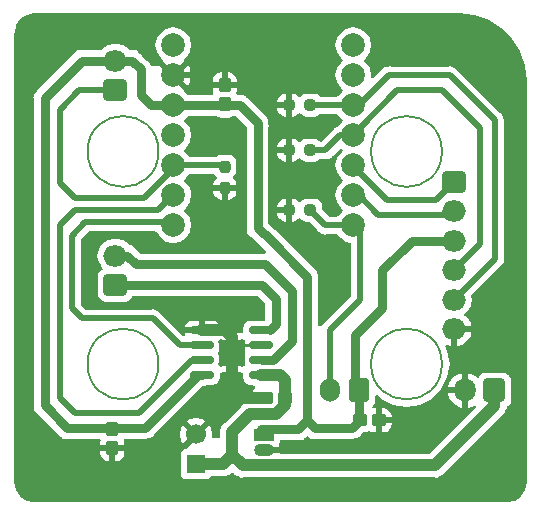
<source format=gbr>
%TF.GenerationSoftware,KiCad,Pcbnew,7.0.8*%
%TF.CreationDate,2023-12-06T18:05:03+09:00*%
%TF.ProjectId,AutoKey,4175746f-4b65-4792-9e6b-696361645f70,rev?*%
%TF.SameCoordinates,PX5f5e100PY44aa200*%
%TF.FileFunction,Copper,L1,Top*%
%TF.FilePolarity,Positive*%
%FSLAX46Y46*%
G04 Gerber Fmt 4.6, Leading zero omitted, Abs format (unit mm)*
G04 Created by KiCad (PCBNEW 7.0.8) date 2023-12-06 18:05:03*
%MOMM*%
%LPD*%
G01*
G04 APERTURE LIST*
G04 Aperture macros list*
%AMRoundRect*
0 Rectangle with rounded corners*
0 $1 Rounding radius*
0 $2 $3 $4 $5 $6 $7 $8 $9 X,Y pos of 4 corners*
0 Add a 4 corners polygon primitive as box body*
4,1,4,$2,$3,$4,$5,$6,$7,$8,$9,$2,$3,0*
0 Add four circle primitives for the rounded corners*
1,1,$1+$1,$2,$3*
1,1,$1+$1,$4,$5*
1,1,$1+$1,$6,$7*
1,1,$1+$1,$8,$9*
0 Add four rect primitives between the rounded corners*
20,1,$1+$1,$2,$3,$4,$5,0*
20,1,$1+$1,$4,$5,$6,$7,0*
20,1,$1+$1,$6,$7,$8,$9,0*
20,1,$1+$1,$8,$9,$2,$3,0*%
G04 Aperture macros list end*
%TA.AperFunction,NonConductor*%
%ADD10C,0.200000*%
%TD*%
%TA.AperFunction,SMDPad,CuDef*%
%ADD11RoundRect,0.237500X0.250000X0.237500X-0.250000X0.237500X-0.250000X-0.237500X0.250000X-0.237500X0*%
%TD*%
%TA.AperFunction,SMDPad,CuDef*%
%ADD12RoundRect,0.237500X-0.250000X-0.237500X0.250000X-0.237500X0.250000X0.237500X-0.250000X0.237500X0*%
%TD*%
%TA.AperFunction,SMDPad,CuDef*%
%ADD13RoundRect,0.250000X-0.375000X-0.275000X0.375000X-0.275000X0.375000X0.275000X-0.375000X0.275000X0*%
%TD*%
%TA.AperFunction,SMDPad,CuDef*%
%ADD14RoundRect,0.250000X-0.275000X0.375000X-0.275000X-0.375000X0.275000X-0.375000X0.275000X0.375000X0*%
%TD*%
%TA.AperFunction,SMDPad,CuDef*%
%ADD15RoundRect,0.250000X0.275000X-0.375000X0.275000X0.375000X-0.275000X0.375000X-0.275000X-0.375000X0*%
%TD*%
%TA.AperFunction,SMDPad,CuDef*%
%ADD16RoundRect,0.150000X-0.825000X-0.150000X0.825000X-0.150000X0.825000X0.150000X-0.825000X0.150000X0*%
%TD*%
%TA.AperFunction,SMDPad,CuDef*%
%ADD17C,0.500000*%
%TD*%
%TA.AperFunction,SMDPad,CuDef*%
%ADD18R,2.300000X2.300000*%
%TD*%
%TA.AperFunction,SMDPad,CuDef*%
%ADD19RoundRect,0.250000X0.375000X0.275000X-0.375000X0.275000X-0.375000X-0.275000X0.375000X-0.275000X0*%
%TD*%
%TA.AperFunction,SMDPad,CuDef*%
%ADD20RoundRect,0.237500X0.237500X-0.250000X0.237500X0.250000X-0.237500X0.250000X-0.237500X-0.250000X0*%
%TD*%
%TA.AperFunction,ComponentPad*%
%ADD21RoundRect,0.264706X0.735294X-0.635294X0.735294X0.635294X-0.735294X0.635294X-0.735294X-0.635294X0*%
%TD*%
%TA.AperFunction,ComponentPad*%
%ADD22O,2.000000X1.800000*%
%TD*%
%TA.AperFunction,ComponentPad*%
%ADD23C,2.000000*%
%TD*%
%TA.AperFunction,ComponentPad*%
%ADD24C,1.700000*%
%TD*%
%TA.AperFunction,ComponentPad*%
%ADD25R,1.600000X1.600000*%
%TD*%
%TA.AperFunction,ComponentPad*%
%ADD26RoundRect,0.264706X0.635294X0.735294X-0.635294X0.735294X-0.635294X-0.735294X0.635294X-0.735294X0*%
%TD*%
%TA.AperFunction,ComponentPad*%
%ADD27O,1.800000X2.000000*%
%TD*%
%TA.AperFunction,ComponentPad*%
%ADD28R,1.700000X1.050000*%
%TD*%
%TA.AperFunction,ComponentPad*%
%ADD29O,1.700000X1.050000*%
%TD*%
%TA.AperFunction,ComponentPad*%
%ADD30RoundRect,0.264706X-0.735294X0.635294X-0.735294X-0.635294X0.735294X-0.635294X0.735294X0.635294X0*%
%TD*%
%TA.AperFunction,ComponentPad*%
%ADD31RoundRect,0.250000X0.600000X0.750000X-0.600000X0.750000X-0.600000X-0.750000X0.600000X-0.750000X0*%
%TD*%
%TA.AperFunction,ComponentPad*%
%ADD32O,1.700000X2.000000*%
%TD*%
%TA.AperFunction,Conductor*%
%ADD33C,0.500000*%
%TD*%
%TA.AperFunction,Conductor*%
%ADD34C,0.800000*%
%TD*%
%TA.AperFunction,Conductor*%
%ADD35C,1.000000*%
%TD*%
%TA.AperFunction,Conductor*%
%ADD36C,0.250000*%
%TD*%
G04 APERTURE END LIST*
D10*
X36500000Y12000000D02*
G75*
G03*
X36500000Y12000000I-3000000J0D01*
G01*
X12500000Y30000000D02*
G75*
G03*
X12500000Y30000000I-3000000J0D01*
G01*
X36500000Y30000000D02*
G75*
G03*
X36500000Y30000000I-3000000J0D01*
G01*
X12500000Y12000000D02*
G75*
G03*
X12500000Y12000000I-3000000J0D01*
G01*
D11*
%TO.P,R4,1*%
%TO.N,SW1*%
X25372500Y33900000D03*
%TO.P,R4,2*%
%TO.N,GND*%
X23547500Y33900000D03*
%TD*%
D12*
%TO.P,R1,1*%
%TO.N,GND*%
X23547500Y25010000D03*
%TO.P,R1,2*%
%TO.N,Pos_SW1*%
X25372500Y25010000D03*
%TD*%
D13*
%TO.P,C4,1*%
%TO.N,GND*%
X21590000Y9135000D03*
%TO.P,C4,2*%
%TO.N,+6V*%
X23190000Y9135000D03*
%TD*%
D14*
%TO.P,C1,1*%
%TO.N,GND*%
X18110000Y35589000D03*
%TO.P,C1,2*%
%TO.N,+3.3V*%
X18110000Y33989000D03*
%TD*%
D12*
%TO.P,R3,1*%
%TO.N,GND*%
X23547500Y30090000D03*
%TO.P,R3,2*%
%TO.N,SW2*%
X25372500Y30090000D03*
%TD*%
D15*
%TO.P,C3,1*%
%TO.N,GND*%
X8585000Y4906000D03*
%TO.P,C3,2*%
%TO.N,+3.3V*%
X8585000Y6506000D03*
%TD*%
D16*
%TO.P,U2,1,GND*%
%TO.N,GND*%
X16210000Y14850000D03*
%TO.P,U2,2,IN2*%
%TO.N,IN2*%
X16210000Y13580000D03*
%TO.P,U2,3,IN1*%
%TO.N,IN1*%
X16210000Y12310000D03*
%TO.P,U2,4,VREF*%
%TO.N,+3.3V*%
X16210000Y11040000D03*
%TO.P,U2,5,VM*%
%TO.N,+6V*%
X21160000Y11040000D03*
%TO.P,U2,6,OUT1*%
%TO.N,OUT1*%
X21160000Y12310000D03*
%TO.P,U2,7,RS*%
%TO.N,GND*%
X21160000Y13580000D03*
%TO.P,U2,8,OUT2*%
%TO.N,OUT2*%
X21160000Y14850000D03*
D17*
%TO.P,U2,9,PAD*%
%TO.N,GND*%
X17785000Y13845000D03*
X17785000Y12045000D03*
D18*
X18685000Y12945000D03*
X18685000Y12945000D03*
D17*
X19585000Y13845000D03*
X19585000Y12045000D03*
%TD*%
D19*
%TO.P,C5,1*%
%TO.N,GND*%
X31140000Y7230000D03*
%TO.P,C5,2*%
%TO.N,+3.3V*%
X29540000Y7230000D03*
%TD*%
D20*
%TO.P,R2,1*%
%TO.N,GND*%
X18110000Y26891500D03*
%TO.P,R2,2*%
%TO.N,Pos_SW2*%
X18110000Y28716500D03*
%TD*%
D21*
%TO.P,ToMotor1,1,Pin_1*%
%TO.N,OUT2*%
X8860000Y18680000D03*
D22*
%TO.P,ToMotor1,2,Pin_2*%
%TO.N,OUT1*%
X8860000Y21180000D03*
%TD*%
D23*
%TO.P,U1,1,PA02_A0_D0*%
%TO.N,unconnected-(U1-PA02_A0_D0-Pad1)*%
X29000250Y38980000D03*
%TO.P,U1,2,PA4_A1_D1*%
%TO.N,unconnected-(U1-PA4_A1_D1-Pad2)*%
X29000250Y36440000D03*
%TO.P,U1,3,PA10_A2_D2*%
%TO.N,SW1*%
X29000250Y33900000D03*
%TO.P,U1,4,PA11_A3_D3*%
%TO.N,SW2*%
X29000250Y31360000D03*
%TO.P,U1,5,PA8_A4_D4_SDA*%
%TO.N,SDA*%
X29000250Y28820000D03*
%TO.P,U1,6,PA9_A5_D5_SCL*%
%TO.N,SCL*%
X29000250Y26280000D03*
%TO.P,U1,7,PB08_A6_D6_TX*%
%TO.N,Pos_SW1*%
X29000250Y23740000D03*
%TO.P,U1,8,PB09_A7_D7_RX*%
%TO.N,IN2*%
X13760250Y23740000D03*
%TO.P,U1,9,PA7_A8_D8_SCK*%
%TO.N,IN1*%
X13760250Y26280000D03*
%TO.P,U1,10,PA5_A9_D9_MISO*%
%TO.N,Pos_SW2*%
X13760250Y28820000D03*
%TO.P,U1,11,PA6_A10_D10_MOSI*%
%TO.N,unconnected-(U1-PA6_A10_D10_MOSI-Pad11)*%
X13760250Y31360000D03*
%TO.P,U1,12,3V3*%
%TO.N,+3.3V*%
X13760250Y33900000D03*
%TO.P,U1,13,GND*%
%TO.N,GND*%
X13760250Y36440000D03*
%TO.P,U1,14,5V*%
%TO.N,unconnected-(U1-5V-Pad14)*%
X13760250Y38980000D03*
%TD*%
D24*
%TO.P,C2,2*%
%TO.N,GND*%
X15697000Y6047000D03*
D25*
%TO.P,C2,1*%
%TO.N,+6V*%
X15697000Y3547000D03*
%TD*%
D26*
%TO.P,ToPower1,1,Pin_1*%
%TO.N,+6V*%
X40950000Y9770000D03*
D27*
%TO.P,ToPower1,2,Pin_2*%
%TO.N,GND*%
X38450000Y9770000D03*
%TD*%
D21*
%TO.P,ToMotorSensor1,1,Pin_1*%
%TO.N,Pos_SW2*%
X8860000Y35190000D03*
D22*
%TO.P,ToMotorSensor1,2,Pin_2*%
%TO.N,+3.3V*%
X8860000Y37690000D03*
%TD*%
D28*
%TO.P,U3,1,VOUT*%
%TO.N,+3.3V*%
X21412000Y5960000D03*
D29*
%TO.P,U3,2,GND*%
%TO.N,GND*%
X21412000Y4690000D03*
%TO.P,U3,3,VIN*%
%TO.N,+6V*%
X21412000Y3420000D03*
%TD*%
D30*
%TO.P,ToOutSidePCB1,1,Pin_1*%
%TO.N,SDA*%
X37520000Y27450000D03*
D22*
%TO.P,ToOutSidePCB1,2,Pin_2*%
%TO.N,SCL*%
X37520000Y24950000D03*
%TO.P,ToOutSidePCB1,3,Pin_3*%
%TO.N,+3.3V*%
X37520000Y22450000D03*
%TO.P,ToOutSidePCB1,4,Pin_4*%
%TO.N,SW2*%
X37520000Y19950000D03*
%TO.P,ToOutSidePCB1,5,Pin_5*%
%TO.N,SW1*%
X37520000Y17450000D03*
%TO.P,ToOutSidePCB1,6,Pin_6*%
%TO.N,GND*%
X37520000Y14950000D03*
%TD*%
D31*
%TO.P,ToKeySensor1,1,Pin_1*%
%TO.N,+3.3V*%
X29500000Y9770000D03*
D32*
%TO.P,ToKeySensor1,2,Pin_2*%
%TO.N,Pos_SW1*%
X27000000Y9770000D03*
%TD*%
D33*
%TO.N,Pos_SW2*%
X11252000Y26026000D02*
X14046000Y28820000D01*
X5410000Y26026000D02*
X11252000Y26026000D01*
X14046000Y28820000D02*
X18006500Y28820000D01*
X5811000Y35190000D02*
X4140000Y33519000D01*
X4140000Y33519000D02*
X4140000Y27296000D01*
X4140000Y27296000D02*
X5410000Y26026000D01*
X8860000Y35190000D02*
X5811000Y35190000D01*
X18006500Y28820000D02*
X18110000Y28716500D01*
D34*
%TO.N,+3.3V*%
X25095000Y19367108D02*
X25095000Y7230000D01*
X21492108Y22970000D02*
X25095000Y19367108D01*
X21420000Y22970000D02*
X21492108Y22970000D01*
X20904000Y23486000D02*
X21420000Y22970000D01*
X20904000Y32376000D02*
X20904000Y23486000D01*
X10998000Y34789000D02*
X11887000Y33900000D01*
X11887000Y33900000D02*
X19380000Y33900000D01*
X19380000Y33900000D02*
X20904000Y32376000D01*
X10256000Y37690000D02*
X10998000Y36948000D01*
X10998000Y36948000D02*
X10998000Y34789000D01*
X8860000Y37690000D02*
X10256000Y37690000D01*
X11379000Y6595000D02*
X15824000Y11040000D01*
X4775000Y6595000D02*
X11379000Y6595000D01*
X15824000Y11040000D02*
X16210000Y11040000D01*
X2870000Y34535000D02*
X2870000Y8500000D01*
X6025000Y37690000D02*
X2870000Y34535000D01*
X2870000Y8500000D02*
X4775000Y6595000D01*
X8860000Y37690000D02*
X6025000Y37690000D01*
D35*
%TO.N,+6V*%
X18745000Y6214000D02*
X18745000Y4309000D01*
X22428000Y7738000D02*
X20269000Y7738000D01*
X23190000Y8500000D02*
X22428000Y7738000D01*
X23190000Y10660000D02*
X23190000Y8500000D01*
X22810000Y11040000D02*
X23190000Y10660000D01*
X21160000Y11040000D02*
X22810000Y11040000D01*
X20269000Y7738000D02*
X18745000Y6214000D01*
X17983000Y3547000D02*
X18745000Y4309000D01*
X15697000Y3547000D02*
X17983000Y3547000D01*
X21412000Y3420000D02*
X35890000Y3420000D01*
X18745000Y4309000D02*
X19634000Y3420000D01*
X19634000Y3420000D02*
X21412000Y3420000D01*
D34*
%TO.N,OUT2*%
X22428000Y15358000D02*
X21920000Y14850000D01*
X21265000Y18680000D02*
X22428000Y17517000D01*
X8860000Y18680000D02*
X21265000Y18680000D01*
X22428000Y17517000D02*
X22428000Y15358000D01*
%TO.N,+3.3V*%
X24333000Y6468000D02*
X21158000Y6468000D01*
X25095000Y7230000D02*
X24333000Y6468000D01*
D33*
%TO.N,SCL*%
X31096250Y24629000D02*
X29445250Y26280000D01*
X37199000Y24629000D02*
X31096250Y24629000D01*
X37520000Y24950000D02*
X37199000Y24629000D01*
%TO.N,IN1*%
X12500250Y25010000D02*
X13770250Y26280000D01*
X10871000Y7865000D02*
X5410000Y7865000D01*
X15316000Y12310000D02*
X10871000Y7865000D01*
X4140000Y23740000D02*
X5410000Y25010000D01*
X5410000Y25010000D02*
X12500250Y25010000D01*
X16210000Y12310000D02*
X15316000Y12310000D01*
X5410000Y7865000D02*
X4140000Y9135000D01*
X4140000Y9135000D02*
X4140000Y23740000D01*
%TO.N,IN2*%
X12014000Y15866000D02*
X14300000Y13580000D01*
X5156000Y16755000D02*
X6045000Y15866000D01*
X5156000Y22851000D02*
X5156000Y16755000D01*
X6045000Y15866000D02*
X12014000Y15866000D01*
X6299000Y23994000D02*
X5156000Y22851000D01*
X13516250Y23994000D02*
X6299000Y23994000D01*
X13770250Y23740000D02*
X13516250Y23994000D01*
X14300000Y13580000D02*
X16210000Y13580000D01*
%TO.N,SDA*%
X31826000Y25899000D02*
X29000250Y28724750D01*
X35969000Y25899000D02*
X31826000Y25899000D01*
X37520000Y27450000D02*
X35969000Y25899000D01*
X29000250Y28724750D02*
X29000250Y28820000D01*
D34*
%TO.N,+3.3V*%
X31445000Y19930000D02*
X33965000Y22450000D01*
X31445000Y16755000D02*
X31445000Y19930000D01*
X33965000Y22450000D02*
X37520000Y22450000D01*
X29159000Y14469000D02*
X31445000Y16755000D01*
X29159000Y10111000D02*
X29159000Y14469000D01*
X29500000Y9770000D02*
X29159000Y10111000D01*
%TO.N,OUT1*%
X23825000Y18152000D02*
X23825000Y13961000D01*
X21539000Y20438000D02*
X23825000Y18152000D01*
X10617000Y20438000D02*
X21539000Y20438000D01*
X22174000Y12310000D02*
X21289000Y12310000D01*
X9875000Y21180000D02*
X10617000Y20438000D01*
X8860000Y21180000D02*
X9875000Y21180000D01*
X23825000Y13961000D02*
X22174000Y12310000D01*
D35*
%TO.N,GND*%
X16210000Y14850000D02*
X18110000Y14850000D01*
X20015000Y9135000D02*
X21590000Y9135000D01*
D36*
X19320000Y13580000D02*
X18685000Y12945000D01*
D35*
X18685000Y10465000D02*
X20015000Y9135000D01*
X18685000Y14275000D02*
X18685000Y12945000D01*
X18685000Y12945000D02*
X18685000Y10465000D01*
D36*
X21160000Y13580000D02*
X19320000Y13580000D01*
D33*
X15570000Y36440000D02*
X13280250Y36440000D01*
D35*
X18110000Y14850000D02*
X18685000Y14275000D01*
%TO.N,+6V*%
X40950000Y9770000D02*
X40950000Y8480000D01*
X40950000Y8480000D02*
X35890000Y3420000D01*
D36*
X21160000Y11040000D02*
X21920000Y11040000D01*
D34*
%TO.N,+3.3V*%
X29500000Y7270000D02*
X29500000Y9770000D01*
X29540000Y7230000D02*
X29500000Y7270000D01*
X25095000Y7230000D02*
X25730000Y6595000D01*
D36*
X16210000Y11100000D02*
X15833248Y11100000D01*
D34*
X25730000Y6595000D02*
X28905000Y6595000D01*
X28905000Y6595000D02*
X29540000Y7230000D01*
D33*
%TO.N,Pos_SW1*%
X29540000Y17390000D02*
X29540000Y23210250D01*
D36*
X29010250Y23740000D02*
X29445250Y23740000D01*
D33*
X29540000Y23210250D02*
X29010250Y23740000D01*
X27000000Y9770000D02*
X27000000Y14850000D01*
X29010250Y23740000D02*
X26642500Y23740000D01*
X26642500Y23740000D02*
X25372500Y25010000D01*
X27000000Y14850000D02*
X29540000Y17390000D01*
%TO.N,SW1*%
X37160000Y36440000D02*
X31985250Y36440000D01*
X31985250Y36440000D02*
X29445250Y33900000D01*
X40970000Y20900000D02*
X40970000Y32630000D01*
X40970000Y32630000D02*
X37160000Y36440000D01*
X37520000Y17450000D02*
X40970000Y20900000D01*
X29445250Y33900000D02*
X25372500Y33900000D01*
%TO.N,SW2*%
X29445250Y31900250D02*
X32715000Y35170000D01*
X39700000Y31995000D02*
X39700000Y22130000D01*
X36525000Y35170000D02*
X39700000Y31995000D01*
X32715000Y35170000D02*
X36525000Y35170000D01*
X25372500Y30090000D02*
X26642500Y30090000D01*
X39700000Y22130000D02*
X37520000Y19950000D01*
X29445250Y31360000D02*
X27912500Y31360000D01*
X27912500Y31360000D02*
X26642500Y30090000D01*
X29445250Y31360000D02*
X29445250Y31900250D01*
D36*
%TO.N,OUT1*%
X21920000Y12430000D02*
X21220000Y12430000D01*
X21220000Y12430000D02*
X21160000Y12370000D01*
%TD*%
%TA.AperFunction,Conductor*%
%TO.N,GND*%
G36*
X38003457Y41699111D02*
G01*
X39254373Y41558167D01*
X39281439Y41551990D01*
X40282428Y41201728D01*
X40459734Y41139686D01*
X40484751Y41127638D01*
X41541753Y40463481D01*
X41563460Y40446169D01*
X42446168Y39563461D01*
X42463481Y39541752D01*
X43127637Y38484752D01*
X43139685Y38459735D01*
X43551988Y37281443D01*
X43558166Y37254372D01*
X43623955Y36670484D01*
X43695233Y36037869D01*
X43699110Y36003465D01*
X43699500Y35996518D01*
X43699500Y2012211D01*
X43697117Y1988020D01*
X43574945Y1373823D01*
X43556430Y1329123D01*
X43215430Y818781D01*
X43181219Y784570D01*
X42670877Y443570D01*
X42626177Y425055D01*
X42011980Y302883D01*
X41987789Y300500D01*
X2012211Y300500D01*
X1988020Y302883D01*
X1373822Y425055D01*
X1329122Y443570D01*
X818780Y784570D01*
X784569Y818781D01*
X443569Y1329123D01*
X425055Y1373820D01*
X302883Y1988020D01*
X300500Y2012211D01*
X300500Y4656000D01*
X7560000Y4656000D01*
X7560000Y4457130D01*
X7603514Y4238368D01*
X7603516Y4238364D01*
X7769279Y3990281D01*
X7769280Y3990280D01*
X8017363Y3824517D01*
X8017367Y3824515D01*
X8236129Y3781001D01*
X8236132Y3781000D01*
X8335000Y3781000D01*
X8335000Y4656000D01*
X8835000Y4656000D01*
X8835000Y3781000D01*
X8933868Y3781000D01*
X8933870Y3781001D01*
X9152632Y3824515D01*
X9152636Y3824517D01*
X9400719Y3990280D01*
X9400720Y3990281D01*
X9566483Y4238364D01*
X9566485Y4238368D01*
X9609999Y4457130D01*
X9610000Y4457132D01*
X9610000Y4656000D01*
X8835000Y4656000D01*
X8335000Y4656000D01*
X7560000Y4656000D01*
X300500Y4656000D01*
X300500Y34618522D01*
X1915354Y34618522D01*
X1965275Y34432217D01*
X1969500Y34400123D01*
X1969500Y8823024D01*
X1947077Y8751904D01*
X1944362Y8748027D01*
X1944360Y8748022D01*
X1962730Y8538068D01*
X1968030Y8477484D01*
X1969264Y8463387D01*
X1969500Y8457981D01*
X1969500Y8341219D01*
X1969499Y8341219D01*
X1977676Y8318754D01*
X1984681Y8287153D01*
X1988541Y8243042D01*
X2001493Y8095008D01*
X2072647Y8023854D01*
X2101487Y7978585D01*
X2135905Y7884023D01*
X2135906Y7884022D01*
X2194692Y7850082D01*
X2302942Y7787584D01*
X2328623Y7767878D01*
X3909838Y6186662D01*
X3944273Y6120516D01*
X3945095Y6115854D01*
X4163978Y5932189D01*
X4167967Y5928533D01*
X4250526Y5845974D01*
X4272194Y5835871D01*
X4299491Y5818481D01*
X4364050Y5764309D01*
X4447244Y5694500D01*
X4447245Y5694500D01*
X4547875Y5694500D01*
X4600278Y5682883D01*
X4691479Y5640355D01*
X4877783Y5690276D01*
X4909877Y5694500D01*
X7476463Y5694500D01*
X7564144Y5658181D01*
X7600463Y5570500D01*
X7598080Y5546309D01*
X7560000Y5354871D01*
X7560000Y5156000D01*
X9610000Y5156000D01*
X9610000Y5354869D01*
X9609999Y5354871D01*
X9571920Y5546309D01*
X9590435Y5639391D01*
X9669346Y5692117D01*
X9693537Y5694500D01*
X11055976Y5694500D01*
X11127098Y5672076D01*
X11130974Y5669362D01*
X11130975Y5669362D01*
X11130976Y5669361D01*
X11130976Y5669362D01*
X11130977Y5669361D01*
X11211674Y5676422D01*
X11415619Y5694265D01*
X11421020Y5694500D01*
X11537781Y5694500D01*
X11537782Y5694500D01*
X11560247Y5702677D01*
X11591847Y5709683D01*
X11783992Y5726493D01*
X11855146Y5797649D01*
X11900417Y5826490D01*
X11994978Y5860906D01*
X12091419Y6027949D01*
X12111118Y6053621D01*
X16160680Y10103181D01*
X16248361Y10139500D01*
X16368780Y10139500D01*
X16368782Y10139500D01*
X16582219Y10217186D01*
X16622986Y10232023D01*
X16665396Y10239501D01*
X17099067Y10239501D01*
X17099068Y10239501D01*
X17288812Y10277242D01*
X17503984Y10421016D01*
X17647758Y10636188D01*
X17685500Y10825931D01*
X17685499Y11158752D01*
X17721818Y11246432D01*
X17785307Y11280368D01*
X17846885Y11292617D01*
X17871077Y11295000D01*
X18435000Y11295000D01*
X18435000Y12695000D01*
X17726607Y12695000D01*
X17638926Y12731319D01*
X17623505Y12750109D01*
X17539314Y12876109D01*
X17520799Y12969191D01*
X17539314Y13013891D01*
X17623505Y13139891D01*
X17702416Y13192617D01*
X17726607Y13195000D01*
X18435000Y13195000D01*
X18435000Y14595000D01*
X17871077Y14595000D01*
X17846885Y14597383D01*
X17785001Y14609693D01*
X17784999Y14609693D01*
X17748251Y14602383D01*
X17724059Y14600000D01*
X14742156Y14600000D01*
X14761926Y14500611D01*
X14743411Y14407529D01*
X14664500Y14354803D01*
X14571418Y14373318D01*
X14552628Y14388739D01*
X13841366Y15100001D01*
X14742156Y15100001D01*
X14742157Y15100000D01*
X15960000Y15100000D01*
X15960000Y15650000D01*
X16460000Y15650000D01*
X16460000Y15100000D01*
X17677843Y15100000D01*
X17677843Y15100001D01*
X17647287Y15253613D01*
X17647284Y15253620D01*
X17503624Y15468624D01*
X17503623Y15468625D01*
X17288619Y15612285D01*
X17288612Y15612288D01*
X17099021Y15650000D01*
X16460000Y15650000D01*
X15960000Y15650000D01*
X15320979Y15650000D01*
X15131387Y15612288D01*
X15131380Y15612285D01*
X14916376Y15468625D01*
X14916375Y15468624D01*
X14772715Y15253620D01*
X14772712Y15253613D01*
X14742156Y15100001D01*
X13841366Y15100001D01*
X12739653Y16201714D01*
X12714535Y16249965D01*
X12705664Y16265330D01*
X12705664Y16265332D01*
X12701780Y16268591D01*
X12523588Y16418113D01*
X12519598Y16421769D01*
X12451110Y16490257D01*
X12435514Y16497530D01*
X12408217Y16514921D01*
X12287161Y16616500D01*
X12287160Y16616500D01*
X12207871Y16616500D01*
X12155466Y16628118D01*
X12083607Y16661627D01*
X11930964Y16620725D01*
X11898870Y16616500D01*
X6407229Y16616500D01*
X6319548Y16652819D01*
X5942819Y17029548D01*
X5906500Y17117229D01*
X5906500Y22488771D01*
X5942819Y22576452D01*
X6573548Y23207181D01*
X6661229Y23243500D01*
X12227348Y23243500D01*
X12315029Y23207181D01*
X12338047Y23164128D01*
X12342134Y23165820D01*
X12346808Y23154536D01*
X12346808Y23154535D01*
X12346809Y23154534D01*
X12678449Y22658199D01*
X13174784Y22326559D01*
X13174785Y22326559D01*
X13174786Y22326558D01*
X13760248Y22210103D01*
X13760250Y22210103D01*
X13760252Y22210103D01*
X14345713Y22326558D01*
X14345713Y22326559D01*
X14345716Y22326559D01*
X14842051Y22658199D01*
X15173691Y23154534D01*
X15175600Y23164128D01*
X15290147Y23739998D01*
X15290147Y23740003D01*
X15173692Y24325464D01*
X15173691Y24325465D01*
X15173691Y24325466D01*
X14842051Y24821801D01*
X14714694Y24906898D01*
X14661967Y24985808D01*
X14680482Y25078890D01*
X14714694Y25113102D01*
X14747062Y25134730D01*
X14842051Y25198199D01*
X15173691Y25694534D01*
X15186813Y25760500D01*
X15290147Y26279998D01*
X15290147Y26280003D01*
X15218241Y26641500D01*
X17135001Y26641500D01*
X17135001Y26568862D01*
X17177790Y26353742D01*
X17340792Y26109792D01*
X17584739Y25946793D01*
X17584746Y25946790D01*
X17799861Y25904002D01*
X17860000Y25904002D01*
X17860000Y26641500D01*
X18360000Y26641500D01*
X18360000Y25904001D01*
X18420135Y25904001D01*
X18420138Y25904002D01*
X18635258Y25946791D01*
X18879208Y26109793D01*
X19042207Y26353740D01*
X19042210Y26353747D01*
X19084999Y26568861D01*
X19085000Y26568863D01*
X19085000Y26641500D01*
X18360000Y26641500D01*
X17860000Y26641500D01*
X17135001Y26641500D01*
X15218241Y26641500D01*
X15173692Y26865464D01*
X15173691Y26865465D01*
X15173691Y26865466D01*
X14842051Y27361801D01*
X14714694Y27446898D01*
X14661967Y27525808D01*
X14680482Y27618890D01*
X14714694Y27653102D01*
X14785775Y27700597D01*
X14842051Y27738199D01*
X15026596Y28014392D01*
X15105507Y28067117D01*
X15129698Y28069500D01*
X17183903Y28069500D01*
X17271584Y28033181D01*
X17287004Y28014393D01*
X17340432Y27934432D01*
X17376592Y27910271D01*
X17381783Y27906802D01*
X17434510Y27827892D01*
X17415995Y27734810D01*
X17381784Y27700598D01*
X17340791Y27673208D01*
X17177792Y27429261D01*
X17177789Y27429254D01*
X17135000Y27214140D01*
X17135000Y27141500D01*
X19084999Y27141500D01*
X19084999Y27214135D01*
X19084998Y27214139D01*
X19042209Y27429259D01*
X18879208Y27673208D01*
X18838216Y27700597D01*
X18785489Y27779508D01*
X18804003Y27872590D01*
X18838214Y27906801D01*
X18879568Y27934432D01*
X19042681Y28178547D01*
X19053818Y28234534D01*
X19085499Y28393810D01*
X19085500Y28393813D01*
X19085500Y29039187D01*
X19085499Y29039191D01*
X19042682Y29254451D01*
X19042681Y29254452D01*
X19042681Y29254453D01*
X18879568Y29498568D01*
X18635453Y29661681D01*
X18635452Y29661682D01*
X18635451Y29661682D01*
X18635450Y29661683D01*
X18420190Y29704500D01*
X18420186Y29704500D01*
X17799814Y29704500D01*
X17799809Y29704500D01*
X17584549Y29661683D01*
X17584545Y29661681D01*
X17479360Y29591398D01*
X17410470Y29570500D01*
X15129698Y29570500D01*
X15042017Y29606819D01*
X15026596Y29625609D01*
X15002493Y29661681D01*
X14842051Y29901801D01*
X14714694Y29986898D01*
X14661967Y30065808D01*
X14680482Y30158890D01*
X14714694Y30193102D01*
X14769510Y30229729D01*
X14842051Y30278199D01*
X15173691Y30774534D01*
X15186813Y30840500D01*
X15290147Y31359998D01*
X15290147Y31360003D01*
X15173692Y31945464D01*
X15173691Y31945465D01*
X15173691Y31945466D01*
X14842051Y32441801D01*
X14714694Y32526898D01*
X14661967Y32605808D01*
X14680482Y32698890D01*
X14714694Y32733102D01*
X14739740Y32749838D01*
X14842051Y32818199D01*
X14913079Y32924500D01*
X14926369Y32944390D01*
X15005280Y32997117D01*
X15029471Y32999500D01*
X17366186Y32999500D01*
X17435076Y32978603D01*
X17542169Y32907045D01*
X17542172Y32907045D01*
X17542173Y32907044D01*
X17651626Y32885273D01*
X17761083Y32863500D01*
X18458916Y32863501D01*
X18532544Y32878147D01*
X18677828Y32907044D01*
X18677828Y32907045D01*
X18677831Y32907045D01*
X18784923Y32978603D01*
X18853814Y32999500D01*
X18955639Y32999500D01*
X19043320Y32963181D01*
X19967181Y32039320D01*
X20003500Y31951639D01*
X20003500Y23809024D01*
X19981077Y23737904D01*
X19978362Y23734027D01*
X19978360Y23734022D01*
X20003264Y23449387D01*
X20003500Y23443981D01*
X20003500Y23327219D01*
X20003499Y23327219D01*
X20011676Y23304754D01*
X20018681Y23273153D01*
X20034612Y23091082D01*
X20035493Y23081008D01*
X20106647Y23009854D01*
X20135487Y22964585D01*
X20169905Y22870023D01*
X20169906Y22870022D01*
X20336942Y22773584D01*
X20362623Y22753878D01*
X20554838Y22561663D01*
X20589273Y22495516D01*
X20590095Y22490854D01*
X20808983Y22307184D01*
X20812973Y22303528D01*
X20895526Y22220975D01*
X20917189Y22210874D01*
X20944487Y22193483D01*
X21092245Y22069500D01*
X21108650Y22063529D01*
X21153921Y22034688D01*
X21607442Y21581167D01*
X21643761Y21493486D01*
X21607442Y21405805D01*
X21551855Y21373711D01*
X21436217Y21342725D01*
X21404123Y21338500D01*
X11041361Y21338500D01*
X10953680Y21374819D01*
X10740161Y21588338D01*
X10705725Y21654491D01*
X10704905Y21659146D01*
X10562883Y21778317D01*
X10486021Y21842812D01*
X10482031Y21846468D01*
X10399473Y21929026D01*
X10377808Y21939129D01*
X10350510Y21956520D01*
X10202755Y22080500D01*
X10108951Y22080500D01*
X10021270Y22116819D01*
X10005849Y22135609D01*
X9969704Y22189704D01*
X9506448Y22499242D01*
X9506447Y22499243D01*
X9506446Y22499243D01*
X9506445Y22499244D01*
X9097939Y22580500D01*
X9097935Y22580500D01*
X8622065Y22580500D01*
X8622060Y22580500D01*
X8213554Y22499244D01*
X8213553Y22499243D01*
X7750296Y22189704D01*
X7440757Y21726447D01*
X7440756Y21726446D01*
X7332063Y21180003D01*
X7332063Y21179998D01*
X7440756Y20633555D01*
X7440757Y20633554D01*
X7440757Y20633553D01*
X7440758Y20633552D01*
X7593130Y20405512D01*
X7750296Y20170296D01*
X7754277Y20166315D01*
X7756431Y20161115D01*
X7757081Y20160142D01*
X7756887Y20160013D01*
X7790596Y20078634D01*
X7754277Y19990953D01*
X7735487Y19975532D01*
X7573022Y19866977D01*
X7403898Y19613864D01*
X7403896Y19613860D01*
X7359500Y19390664D01*
X7359500Y17969342D01*
X7359501Y17969338D01*
X7403897Y17746138D01*
X7573023Y17493023D01*
X7826136Y17323899D01*
X7826140Y17323897D01*
X7992785Y17290750D01*
X8049341Y17279500D01*
X9670658Y17279501D01*
X9893862Y17323898D01*
X10146977Y17493023D01*
X10285854Y17700868D01*
X10301572Y17724391D01*
X10380483Y17777117D01*
X10404674Y17779500D01*
X20840639Y17779500D01*
X20928320Y17743181D01*
X21491181Y17180320D01*
X21527500Y17092639D01*
X21527500Y15782363D01*
X21491181Y15694682D01*
X21483318Y15686819D01*
X21395637Y15650500D01*
X20270933Y15650500D01*
X20081188Y15612758D01*
X19866016Y15468984D01*
X19722241Y15253811D01*
X19722240Y15253810D01*
X19684500Y15064073D01*
X19684500Y14731250D01*
X19648181Y14643569D01*
X19584694Y14609633D01*
X19523117Y14597383D01*
X19498923Y14595000D01*
X18935000Y14595000D01*
X18935000Y11295000D01*
X19498923Y11295000D01*
X19523113Y11292618D01*
X19584690Y11280370D01*
X19663602Y11227643D01*
X19684500Y11158752D01*
X19684500Y10825934D01*
X19712870Y10683302D01*
X19722242Y10636188D01*
X19866016Y10421016D01*
X20081188Y10277242D01*
X20081189Y10277242D01*
X20081190Y10277241D01*
X20194827Y10254638D01*
X20270931Y10239500D01*
X20441728Y10239501D01*
X20529410Y10203183D01*
X20541478Y10189054D01*
X20541655Y10188925D01*
X20541656Y10188925D01*
X20541657Y10188924D01*
X20629097Y10160513D01*
X20701264Y10098877D01*
X20708710Y10004264D01*
X20678464Y9954904D01*
X20674278Y9950719D01*
X20508516Y9702637D01*
X20508514Y9702633D01*
X20465000Y9483871D01*
X20465000Y9385000D01*
X21716000Y9385000D01*
X21803681Y9348681D01*
X21840000Y9261000D01*
X21840000Y9009000D01*
X21803681Y8921319D01*
X21716000Y8885000D01*
X20465000Y8885000D01*
X20465000Y8865113D01*
X20428681Y8777432D01*
X20341000Y8741113D01*
X20321602Y8742640D01*
X20104433Y8777037D01*
X20104432Y8777037D01*
X19893633Y8669630D01*
X19875657Y8662184D01*
X19650657Y8589077D01*
X19511595Y8397676D01*
X19498958Y8382881D01*
X18100122Y6984044D01*
X18085327Y6971407D01*
X17893923Y6832343D01*
X17820814Y6607338D01*
X17813368Y6589363D01*
X17705963Y6378568D01*
X17705963Y6378567D01*
X17742973Y6144901D01*
X17744500Y6125503D01*
X17744500Y5830000D01*
X17708181Y5742319D01*
X17620500Y5706000D01*
X17156713Y5706000D01*
X17069032Y5742319D01*
X17032713Y5830000D01*
X17035096Y5854191D01*
X17073448Y6046998D01*
X17073448Y6047003D01*
X16968673Y6573742D01*
X16968672Y6573743D01*
X16811908Y6808357D01*
X16164102Y6160550D01*
X16060549Y6410549D01*
X15810549Y6514103D01*
X16458355Y7161910D01*
X16458355Y7161912D01*
X16223745Y7318672D01*
X16223741Y7318674D01*
X15697002Y7423448D01*
X15696998Y7423448D01*
X15170256Y7318673D01*
X15170252Y7318672D01*
X14935643Y7161912D01*
X14935643Y7161910D01*
X15583450Y6514103D01*
X15333451Y6410549D01*
X15229897Y6160550D01*
X14582090Y6808357D01*
X14582088Y6808357D01*
X14425328Y6573748D01*
X14425327Y6573744D01*
X14320552Y6047003D01*
X14320552Y6046998D01*
X14425326Y5520259D01*
X14425328Y5520255D01*
X14582088Y5285645D01*
X14582090Y5285645D01*
X15229897Y5933451D01*
X15333451Y5683451D01*
X15583450Y5579898D01*
X14909087Y4905537D01*
X14903556Y4887304D01*
X14831896Y4844355D01*
X14701715Y4818461D01*
X14701714Y4818461D01*
X14536160Y4707840D01*
X14425540Y4542285D01*
X14425538Y4542281D01*
X14396500Y4396298D01*
X14396500Y2697711D01*
X14425540Y2551713D01*
X14499286Y2441345D01*
X14536160Y2386160D01*
X14701715Y2275540D01*
X14701718Y2275540D01*
X14701719Y2275539D01*
X14774711Y2261020D01*
X14847707Y2246500D01*
X16546292Y2246501D01*
X16692285Y2275540D01*
X16692286Y2275541D01*
X16692287Y2275541D01*
X16747719Y2312581D01*
X16857840Y2386160D01*
X16928152Y2491392D01*
X17007062Y2544117D01*
X17031254Y2546500D01*
X17894503Y2546500D01*
X17913901Y2544973D01*
X18147567Y2507964D01*
X18358370Y2615375D01*
X18376330Y2622814D01*
X18601343Y2695924D01*
X18659843Y2776444D01*
X18740761Y2826031D01*
X18833044Y2803877D01*
X18847841Y2791239D01*
X18863958Y2775122D01*
X18876595Y2760326D01*
X18922087Y2697711D01*
X19015657Y2568924D01*
X19240664Y2495815D01*
X19258632Y2488373D01*
X19469433Y2380964D01*
X19703099Y2417973D01*
X19722497Y2419500D01*
X20848102Y2419500D01*
X20872292Y2417118D01*
X20898452Y2411914D01*
X20985993Y2394500D01*
X20985996Y2394500D01*
X21838006Y2394500D01*
X21916516Y2410118D01*
X21951707Y2417118D01*
X21975898Y2419500D01*
X35801503Y2419500D01*
X35820901Y2417973D01*
X36054567Y2380964D01*
X36265370Y2488375D01*
X36283330Y2495814D01*
X36508343Y2568924D01*
X36647414Y2760341D01*
X36660033Y2775115D01*
X41594888Y7709969D01*
X41609662Y7722588D01*
X41801076Y7861657D01*
X41874185Y8086667D01*
X41881624Y8104627D01*
X41989036Y8315433D01*
X41989036Y8315435D01*
X41992109Y8334832D01*
X41999870Y8333603D01*
X42013748Y8391458D01*
X42045186Y8421692D01*
X42136977Y8483023D01*
X42306102Y8736138D01*
X42307396Y8742640D01*
X42350499Y8959337D01*
X42350500Y8959341D01*
X42350499Y10580658D01*
X42339454Y10636188D01*
X42306102Y10803863D01*
X42193096Y10972988D01*
X42136977Y11056977D01*
X42095256Y11084854D01*
X41883863Y11226102D01*
X41883859Y11226104D01*
X41660662Y11270500D01*
X40239341Y11270500D01*
X40239337Y11270499D01*
X40016137Y11226103D01*
X39763023Y11056977D01*
X39654180Y10894081D01*
X39575269Y10841355D01*
X39482187Y10859870D01*
X39463397Y10875291D01*
X39459344Y10879344D01*
X38996252Y11188772D01*
X38996248Y11188774D01*
X38700000Y11247702D01*
X38700000Y10261763D01*
X38559403Y10320000D01*
X38340597Y10320000D01*
X38200000Y10261763D01*
X38200000Y11247701D01*
X38199999Y11247702D01*
X37903751Y11188774D01*
X37903747Y11188772D01*
X37440656Y10879344D01*
X37131227Y10416252D01*
X37131226Y10416251D01*
X37052409Y10020000D01*
X37958237Y10020000D01*
X37854684Y9770000D01*
X37958237Y9520000D01*
X37052409Y9520000D01*
X37131226Y9123750D01*
X37131227Y9123749D01*
X37440656Y8660657D01*
X37903748Y8351228D01*
X37903749Y8351227D01*
X38200000Y8292300D01*
X38200000Y9278238D01*
X38340597Y9220000D01*
X38559403Y9220000D01*
X38700000Y9278238D01*
X38700000Y8292301D01*
X38996250Y8351227D01*
X38996251Y8351228D01*
X39185206Y8477484D01*
X39278288Y8495999D01*
X39357199Y8443273D01*
X39375714Y8350191D01*
X39341778Y8286701D01*
X35511899Y4456819D01*
X35424218Y4420500D01*
X22807004Y4420500D01*
X22759927Y4440000D01*
X21877867Y4440000D01*
X21853674Y4442383D01*
X21838005Y4445500D01*
X21838004Y4445500D01*
X21797801Y4445500D01*
X21899076Y4690000D01*
X21797800Y4934501D01*
X22311292Y4934501D01*
X22311293Y4934501D01*
X22311293Y4934502D01*
X22326958Y4937617D01*
X22351150Y4940000D01*
X22732353Y4940000D01*
X22732353Y4940001D01*
X22702530Y5089930D01*
X22701434Y5092577D01*
X22701433Y5095446D01*
X22700147Y5101914D01*
X22701433Y5102170D01*
X22701426Y5187482D01*
X22712883Y5208921D01*
X22733460Y5239715D01*
X22740046Y5272821D01*
X22762499Y5385703D01*
X22762500Y5385705D01*
X22762500Y5443500D01*
X22798819Y5531181D01*
X22886500Y5567500D01*
X24009976Y5567500D01*
X24081098Y5545076D01*
X24084974Y5542362D01*
X24084975Y5542362D01*
X24084976Y5542361D01*
X24084976Y5542362D01*
X24084977Y5542361D01*
X24165674Y5549422D01*
X24369619Y5567265D01*
X24375020Y5567500D01*
X24491781Y5567500D01*
X24491782Y5567500D01*
X24514247Y5575677D01*
X24545847Y5582683D01*
X24737992Y5599493D01*
X24809146Y5670649D01*
X24854417Y5699490D01*
X24948978Y5733906D01*
X25003100Y5827651D01*
X25078392Y5885425D01*
X25172486Y5873038D01*
X25198168Y5853331D01*
X25205523Y5845976D01*
X25205524Y5845976D01*
X25205526Y5845974D01*
X25227194Y5835871D01*
X25254491Y5818481D01*
X25319050Y5764309D01*
X25402244Y5694500D01*
X25402245Y5694500D01*
X25502876Y5694500D01*
X25555279Y5682883D01*
X25646480Y5640355D01*
X25832784Y5690276D01*
X25864878Y5694500D01*
X28581976Y5694500D01*
X28653098Y5672076D01*
X28656974Y5669362D01*
X28656975Y5669362D01*
X28656976Y5669361D01*
X28656976Y5669362D01*
X28656977Y5669361D01*
X28737674Y5676422D01*
X28941619Y5694265D01*
X28947020Y5694500D01*
X29063781Y5694500D01*
X29063782Y5694500D01*
X29086247Y5702677D01*
X29117847Y5709683D01*
X29309992Y5726493D01*
X29381146Y5797649D01*
X29426417Y5826490D01*
X29520978Y5860906D01*
X29617418Y6027948D01*
X29637121Y6053623D01*
X29751683Y6168183D01*
X29839363Y6204501D01*
X29988917Y6204501D01*
X29988918Y6204502D01*
X30062544Y6219147D01*
X30207828Y6248044D01*
X30207829Y6248045D01*
X30207831Y6248045D01*
X30271559Y6290628D01*
X30364639Y6309144D01*
X30409341Y6290628D01*
X30472366Y6248516D01*
X30472367Y6248515D01*
X30691129Y6205001D01*
X30691132Y6205000D01*
X30890000Y6205000D01*
X30890000Y6980000D01*
X31390000Y6980000D01*
X31390000Y6205000D01*
X31588868Y6205000D01*
X31588870Y6205001D01*
X31807632Y6248515D01*
X31807636Y6248517D01*
X32055719Y6414280D01*
X32055720Y6414281D01*
X32221483Y6662364D01*
X32221485Y6662368D01*
X32264999Y6881130D01*
X32265000Y6881132D01*
X32265000Y6980000D01*
X31390000Y6980000D01*
X30890000Y6980000D01*
X30890000Y8255000D01*
X31390000Y8255000D01*
X31390000Y7480000D01*
X32265000Y7480000D01*
X32265000Y7578869D01*
X32264999Y7578871D01*
X32221485Y7797633D01*
X32221483Y7797637D01*
X32055720Y8045720D01*
X32055719Y8045721D01*
X31807636Y8211484D01*
X31807632Y8211486D01*
X31588869Y8255000D01*
X31390000Y8255000D01*
X30890000Y8255000D01*
X30714733Y8255000D01*
X30627052Y8291319D01*
X30590733Y8379000D01*
X30627052Y8466681D01*
X30637031Y8474872D01*
X30641076Y8478918D01*
X30641080Y8478920D01*
X30806955Y8727169D01*
X30850500Y8946083D01*
X30850499Y9258265D01*
X30886817Y9345944D01*
X30974499Y9382263D01*
X31062178Y9345946D01*
X31062180Y9345944D01*
X31357293Y9050830D01*
X31357297Y9050827D01*
X31357299Y9050825D01*
X32373515Y8533037D01*
X32373517Y8533037D01*
X32373519Y8533036D01*
X33499998Y8354619D01*
X33500000Y8354619D01*
X33500002Y8354619D01*
X34626480Y8533036D01*
X34626480Y8533037D01*
X34626485Y8533037D01*
X35642701Y9050825D01*
X36449175Y9857299D01*
X36966963Y10873515D01*
X36967886Y10879344D01*
X37145381Y11999998D01*
X37145381Y12000003D01*
X36966964Y13126483D01*
X36844959Y13365931D01*
X36807353Y13439736D01*
X36799908Y13534347D01*
X36861544Y13606514D01*
X36942030Y13617646D01*
X37270000Y13552409D01*
X37270000Y14458238D01*
X37410597Y14400000D01*
X37629403Y14400000D01*
X37770000Y14458238D01*
X37770000Y13552410D01*
X38166250Y13631227D01*
X38166251Y13631228D01*
X38629343Y13940657D01*
X38938772Y14403749D01*
X38938773Y14403750D01*
X38997700Y14700000D01*
X38011763Y14700000D01*
X38115316Y14950000D01*
X38011763Y15200000D01*
X38997700Y15200000D01*
X38938773Y15496251D01*
X38938772Y15496252D01*
X38629343Y15959344D01*
X38423928Y16096598D01*
X38371202Y16175509D01*
X38389717Y16268591D01*
X38423927Y16302801D01*
X38629704Y16440296D01*
X38939242Y16903552D01*
X38964305Y17029548D01*
X39047937Y17449998D01*
X39047937Y17450003D01*
X38993357Y17724391D01*
X38983458Y17774157D01*
X39001973Y17867237D01*
X39017389Y17886023D01*
X41305715Y20174349D01*
X41353980Y20199474D01*
X41369328Y20208336D01*
X41369332Y20208336D01*
X41522107Y20390406D01*
X41525763Y20394396D01*
X41549382Y20418015D01*
X41594257Y20462889D01*
X41601528Y20478484D01*
X41618917Y20505781D01*
X41720500Y20626840D01*
X41720500Y20706129D01*
X41732118Y20758534D01*
X41765626Y20830392D01*
X41724725Y20983038D01*
X41720500Y21015131D01*
X41720500Y32354272D01*
X41736861Y32406163D01*
X41741450Y32423289D01*
X41741451Y32423290D01*
X41739831Y32441802D01*
X41720736Y32660067D01*
X41720500Y32665473D01*
X41720500Y32762333D01*
X41714616Y32778497D01*
X41707609Y32810104D01*
X41693837Y32967531D01*
X41637771Y33023597D01*
X41608930Y33068868D01*
X41592801Y33113181D01*
X41581813Y33143372D01*
X41561467Y33155119D01*
X41444954Y33222388D01*
X41419273Y33242094D01*
X37885653Y36775714D01*
X37860535Y36823965D01*
X37851664Y36839330D01*
X37851664Y36839332D01*
X37761537Y36914958D01*
X37669588Y36992113D01*
X37665598Y36995769D01*
X37597110Y37064257D01*
X37581514Y37071530D01*
X37554217Y37088921D01*
X37433161Y37190500D01*
X37433160Y37190500D01*
X37353871Y37190500D01*
X37301466Y37202118D01*
X37229607Y37235627D01*
X37076964Y37194725D01*
X37044870Y37190500D01*
X32260977Y37190500D01*
X32209091Y37206860D01*
X32191958Y37211451D01*
X31991108Y37193879D01*
X31955186Y37190736D01*
X31949785Y37190500D01*
X31852918Y37190500D01*
X31852911Y37190499D01*
X31836743Y37184615D01*
X31805147Y37177611D01*
X31647720Y37163838D01*
X31647718Y37163837D01*
X31591651Y37107771D01*
X31546383Y37078932D01*
X31471878Y37051814D01*
X31392864Y36914958D01*
X31373158Y36889278D01*
X30721427Y36237547D01*
X30633746Y36201228D01*
X30546065Y36237547D01*
X30509746Y36325228D01*
X30512129Y36349420D01*
X30530147Y36440000D01*
X30530147Y36440003D01*
X30413692Y37025464D01*
X30413691Y37025465D01*
X30413691Y37025466D01*
X30082051Y37521801D01*
X30018928Y37563978D01*
X29954694Y37606898D01*
X29901967Y37685808D01*
X29920482Y37778890D01*
X29954694Y37813102D01*
X29979740Y37829838D01*
X30082051Y37898199D01*
X30413691Y38394534D01*
X30426661Y38459735D01*
X30530147Y38979998D01*
X30530147Y38980003D01*
X30413692Y39565464D01*
X30413691Y39565465D01*
X30413691Y39565466D01*
X30082051Y40061801D01*
X29585716Y40393441D01*
X29585715Y40393442D01*
X29585714Y40393442D01*
X29585713Y40393443D01*
X29000252Y40509897D01*
X29000248Y40509897D01*
X28414786Y40393443D01*
X28414785Y40393442D01*
X27918449Y40061801D01*
X27586808Y39565465D01*
X27586807Y39565464D01*
X27470353Y38980003D01*
X27470353Y38979998D01*
X27586807Y38394537D01*
X27586808Y38394536D01*
X27586808Y38394535D01*
X27586809Y38394534D01*
X27918449Y37898199D01*
X28045806Y37813102D01*
X28098532Y37734191D01*
X28080017Y37641109D01*
X28045806Y37606899D01*
X27981570Y37563977D01*
X27918449Y37521801D01*
X27586808Y37025465D01*
X27586807Y37025464D01*
X27470353Y36440003D01*
X27470353Y36439998D01*
X27586807Y35854537D01*
X27586808Y35854536D01*
X27586808Y35854535D01*
X27586809Y35854534D01*
X27918449Y35358199D01*
X28045806Y35273102D01*
X28098532Y35194191D01*
X28080017Y35101109D01*
X28045806Y35066899D01*
X27918449Y34981801D01*
X27736652Y34709721D01*
X27733904Y34705609D01*
X27654993Y34652883D01*
X27630802Y34650500D01*
X26220720Y34650500D01*
X26151829Y34671398D01*
X25910453Y34832681D01*
X25910452Y34832682D01*
X25910451Y34832682D01*
X25910450Y34832683D01*
X25695190Y34875500D01*
X25695186Y34875500D01*
X25049814Y34875500D01*
X25049809Y34875500D01*
X24834549Y34832683D01*
X24834548Y34832682D01*
X24593171Y34671398D01*
X24590432Y34669568D01*
X24576706Y34649025D01*
X24562801Y34628215D01*
X24483889Y34575489D01*
X24390807Y34594005D01*
X24356596Y34628217D01*
X24329206Y34669210D01*
X24085260Y34832208D01*
X24085253Y34832211D01*
X23870138Y34875000D01*
X23797500Y34875000D01*
X23797500Y32925001D01*
X23870135Y32925001D01*
X23870138Y32925002D01*
X24085258Y32967791D01*
X24329207Y33130793D01*
X24356596Y33171783D01*
X24435506Y33224511D01*
X24528588Y33205997D01*
X24562801Y33171785D01*
X24590431Y33130433D01*
X24590434Y33130430D01*
X24712074Y33049153D01*
X24834547Y32967319D01*
X24834548Y32967319D01*
X24834549Y32967318D01*
X25049809Y32924501D01*
X25049813Y32924500D01*
X25049814Y32924500D01*
X25695187Y32924500D01*
X25695188Y32924501D01*
X25767586Y32938902D01*
X25910450Y32967318D01*
X25910450Y32967319D01*
X25910453Y32967319D01*
X26151829Y33128603D01*
X26220720Y33149500D01*
X27630802Y33149500D01*
X27718483Y33113181D01*
X27733901Y33094394D01*
X27918449Y32818199D01*
X28045806Y32733102D01*
X28098532Y32654191D01*
X28080017Y32561109D01*
X28045806Y32526898D01*
X27918449Y32441802D01*
X27918446Y32441799D01*
X27718783Y32142982D01*
X27639872Y32090256D01*
X27626490Y32088345D01*
X27574968Y32083837D01*
X27518901Y32027771D01*
X27473633Y31998932D01*
X27399128Y31971814D01*
X27320114Y31834958D01*
X27300408Y31809278D01*
X26367952Y30876819D01*
X26280271Y30840500D01*
X26220720Y30840500D01*
X26151829Y30861398D01*
X26128750Y30876819D01*
X25910453Y31022681D01*
X25910452Y31022682D01*
X25910451Y31022682D01*
X25910450Y31022683D01*
X25695190Y31065500D01*
X25695186Y31065500D01*
X25049814Y31065500D01*
X25049809Y31065500D01*
X24834549Y31022683D01*
X24834548Y31022682D01*
X24593171Y30861398D01*
X24590432Y30859568D01*
X24577691Y30840500D01*
X24562801Y30818215D01*
X24483889Y30765489D01*
X24390807Y30784005D01*
X24356596Y30818217D01*
X24329206Y30859210D01*
X24085260Y31022208D01*
X24085253Y31022211D01*
X23870138Y31065000D01*
X23797500Y31065000D01*
X23797500Y29115001D01*
X23870135Y29115001D01*
X23870138Y29115002D01*
X24085258Y29157791D01*
X24329207Y29320793D01*
X24356596Y29361783D01*
X24435506Y29414511D01*
X24528588Y29395997D01*
X24562800Y29361786D01*
X24573760Y29345383D01*
X24590431Y29320433D01*
X24590434Y29320430D01*
X24689176Y29254453D01*
X24834547Y29157319D01*
X24834548Y29157319D01*
X24834549Y29157318D01*
X25049809Y29114501D01*
X25049813Y29114500D01*
X25049814Y29114500D01*
X25695187Y29114500D01*
X25695188Y29114501D01*
X25767586Y29128902D01*
X25910450Y29157318D01*
X25910450Y29157319D01*
X25910453Y29157319D01*
X26151829Y29318603D01*
X26220720Y29339500D01*
X26366772Y29339500D01*
X26418662Y29323139D01*
X26435789Y29318550D01*
X26435790Y29318549D01*
X26435790Y29318550D01*
X26435791Y29318549D01*
X26504165Y29324531D01*
X26672569Y29339265D01*
X26677971Y29339500D01*
X26774831Y29339500D01*
X26774832Y29339500D01*
X26790998Y29345385D01*
X26822598Y29352391D01*
X26980030Y29366163D01*
X27036096Y29422231D01*
X27081369Y29451071D01*
X27155869Y29478186D01*
X27155868Y29478186D01*
X27155872Y29478187D01*
X27234890Y29615054D01*
X27254586Y29640721D01*
X27830675Y30216810D01*
X27918355Y30253128D01*
X27987245Y30232231D01*
X28045805Y30193103D01*
X28098532Y30114192D01*
X28080018Y30021110D01*
X28045806Y29986898D01*
X27918449Y29901801D01*
X27586808Y29405465D01*
X27586807Y29405464D01*
X27470353Y28820003D01*
X27470353Y28819998D01*
X27586807Y28234537D01*
X27586808Y28234536D01*
X27586808Y28234535D01*
X27586809Y28234534D01*
X27918449Y27738199D01*
X28038131Y27658230D01*
X28045806Y27653102D01*
X28098532Y27574191D01*
X28080017Y27481109D01*
X28045806Y27446898D01*
X27918449Y27361801D01*
X27586808Y26865465D01*
X27586807Y26865464D01*
X27470353Y26280003D01*
X27470353Y26279998D01*
X27586807Y25694537D01*
X27586808Y25694536D01*
X27586808Y25694535D01*
X27586809Y25694534D01*
X27918449Y25198199D01*
X28045806Y25113102D01*
X28098532Y25034191D01*
X28080017Y24941109D01*
X28045806Y24906898D01*
X27918449Y24821801D01*
X27733904Y24545609D01*
X27654993Y24492883D01*
X27630802Y24490500D01*
X27004730Y24490500D01*
X26917049Y24526819D01*
X26396819Y25047049D01*
X26360500Y25134730D01*
X26360500Y25320187D01*
X26360499Y25320191D01*
X26317682Y25535451D01*
X26317681Y25535452D01*
X26317681Y25535453D01*
X26154568Y25779568D01*
X25910453Y25942681D01*
X25910452Y25942682D01*
X25910451Y25942682D01*
X25910450Y25942683D01*
X25695190Y25985500D01*
X25695186Y25985500D01*
X25049814Y25985500D01*
X25049809Y25985500D01*
X24834549Y25942683D01*
X24834548Y25942682D01*
X24742032Y25880864D01*
X24590432Y25779568D01*
X24581279Y25765869D01*
X24562801Y25738215D01*
X24483889Y25685489D01*
X24390807Y25704005D01*
X24356596Y25738217D01*
X24329206Y25779210D01*
X24085260Y25942208D01*
X24085253Y25942211D01*
X23870138Y25985000D01*
X23797500Y25985000D01*
X23797500Y24035001D01*
X23870135Y24035001D01*
X23870138Y24035002D01*
X24085258Y24077791D01*
X24329207Y24240793D01*
X24356596Y24281783D01*
X24435506Y24334511D01*
X24528588Y24315997D01*
X24562801Y24281785D01*
X24590431Y24240433D01*
X24590434Y24240430D01*
X24648989Y24201305D01*
X24834547Y24077319D01*
X24834548Y24077319D01*
X24834549Y24077318D01*
X25049809Y24034501D01*
X25049813Y24034500D01*
X25049814Y24034500D01*
X25235271Y24034500D01*
X25322952Y23998181D01*
X25916847Y23404286D01*
X25941990Y23355989D01*
X25950835Y23340669D01*
X26132910Y23187889D01*
X26136900Y23184233D01*
X26205389Y23115744D01*
X26220979Y23108475D01*
X26248280Y23091082D01*
X26369339Y22989500D01*
X26369340Y22989500D01*
X26448629Y22989500D01*
X26501033Y22977883D01*
X26572892Y22944374D01*
X26725536Y22985276D01*
X26757630Y22989500D01*
X27630802Y22989500D01*
X27718483Y22953181D01*
X27733901Y22934394D01*
X27918449Y22658199D01*
X28414784Y22326559D01*
X28414785Y22326559D01*
X28414786Y22326558D01*
X28689691Y22271877D01*
X28768602Y22219151D01*
X28789500Y22150260D01*
X28789500Y17752230D01*
X28753181Y17664549D01*
X26664284Y15575653D01*
X26616006Y15550521D01*
X26600668Y15541665D01*
X26447892Y15359596D01*
X26444238Y15355607D01*
X26375746Y15287115D01*
X26373481Y15283878D01*
X26370807Y15282176D01*
X26368075Y15279442D01*
X26367469Y15280048D01*
X26293439Y15232884D01*
X26271905Y15231000D01*
X26119500Y15231000D01*
X26031819Y15267319D01*
X25995500Y15355000D01*
X25995500Y19044085D01*
X26017926Y19115209D01*
X26020638Y19119083D01*
X26020637Y19119083D01*
X26020639Y19119084D01*
X25995735Y19403731D01*
X25995500Y19409134D01*
X25995500Y19525889D01*
X25995499Y19525892D01*
X25987324Y19548354D01*
X25980318Y19579957D01*
X25963508Y19772100D01*
X25940485Y19795123D01*
X25892348Y19843260D01*
X25863510Y19888527D01*
X25829094Y19983086D01*
X25776379Y20013521D01*
X25662059Y20079524D01*
X25636378Y20099230D01*
X22357269Y23378338D01*
X22322833Y23444491D01*
X22322013Y23449146D01*
X22145929Y23596898D01*
X22103129Y23632812D01*
X22099139Y23636468D01*
X22016581Y23719026D01*
X21994916Y23729129D01*
X21967617Y23746520D01*
X21848794Y23846224D01*
X21804972Y23930406D01*
X21804500Y23941214D01*
X21804500Y24760000D01*
X22560001Y24760000D01*
X22560001Y24699862D01*
X22602790Y24484742D01*
X22765792Y24240792D01*
X23009739Y24077793D01*
X23009746Y24077790D01*
X23224862Y24035001D01*
X23297499Y24035002D01*
X23297500Y24035002D01*
X23297500Y24760000D01*
X22560001Y24760000D01*
X21804500Y24760000D01*
X21804500Y25260000D01*
X22560000Y25260000D01*
X23297500Y25260000D01*
X23297500Y25985000D01*
X23297499Y25985001D01*
X23224864Y25985000D01*
X23224860Y25984999D01*
X23009742Y25942210D01*
X23009741Y25942210D01*
X22765791Y25779208D01*
X22602792Y25535261D01*
X22602789Y25535254D01*
X22560000Y25320140D01*
X22560000Y25260000D01*
X21804500Y25260000D01*
X21804500Y29840000D01*
X22560001Y29840000D01*
X22560001Y29779862D01*
X22602790Y29564742D01*
X22765792Y29320792D01*
X23009739Y29157793D01*
X23009746Y29157790D01*
X23224862Y29115001D01*
X23297499Y29115002D01*
X23297500Y29115002D01*
X23297500Y29840000D01*
X22560001Y29840000D01*
X21804500Y29840000D01*
X21804500Y30340000D01*
X22560000Y30340000D01*
X23297500Y30340000D01*
X23297500Y31065000D01*
X23297499Y31065001D01*
X23224864Y31065000D01*
X23224860Y31064999D01*
X23009742Y31022210D01*
X23009741Y31022210D01*
X22765791Y30859208D01*
X22602792Y30615261D01*
X22602789Y30615254D01*
X22560000Y30400140D01*
X22560000Y30340000D01*
X21804500Y30340000D01*
X21804500Y32052977D01*
X21826926Y32124101D01*
X21829638Y32127975D01*
X21829637Y32127975D01*
X21829639Y32127976D01*
X21821895Y32216484D01*
X21815518Y32289373D01*
X21804735Y32412619D01*
X21804500Y32418021D01*
X21804500Y32534780D01*
X21804499Y32534784D01*
X21796323Y32557248D01*
X21789317Y32588851D01*
X21787833Y32605808D01*
X21772507Y32780992D01*
X21701349Y32852150D01*
X21672511Y32897417D01*
X21638094Y32991978D01*
X21638092Y32991979D01*
X21638092Y32991980D01*
X21471057Y33088417D01*
X21445376Y33108123D01*
X20903499Y33650000D01*
X22560001Y33650000D01*
X22560001Y33589862D01*
X22602790Y33374742D01*
X22765792Y33130792D01*
X23009739Y32967793D01*
X23009746Y32967790D01*
X23224862Y32925001D01*
X23297499Y32925002D01*
X23297500Y32925002D01*
X23297500Y33650000D01*
X22560001Y33650000D01*
X20903499Y33650000D01*
X20403499Y34150000D01*
X22560000Y34150000D01*
X23297500Y34150000D01*
X23297500Y34875000D01*
X23297499Y34875001D01*
X23224864Y34875000D01*
X23224860Y34874999D01*
X23009742Y34832210D01*
X23009741Y34832210D01*
X22765791Y34669208D01*
X22602792Y34425261D01*
X22602789Y34425254D01*
X22560000Y34210140D01*
X22560000Y34150000D01*
X20403499Y34150000D01*
X20245161Y34308338D01*
X20210725Y34374491D01*
X20209905Y34379146D01*
X20067883Y34498317D01*
X19991021Y34562812D01*
X19987031Y34566468D01*
X19904473Y34649026D01*
X19882808Y34659129D01*
X19855510Y34676520D01*
X19707755Y34800500D01*
X19607125Y34800500D01*
X19554720Y34812118D01*
X19511637Y34832208D01*
X19463521Y34854645D01*
X19463520Y34854645D01*
X19277217Y34804725D01*
X19245123Y34800500D01*
X19218537Y34800500D01*
X19130856Y34836819D01*
X19094537Y34924500D01*
X19096920Y34948691D01*
X19134999Y35140130D01*
X19135000Y35140132D01*
X19135000Y35339000D01*
X17085000Y35339000D01*
X17085000Y35140130D01*
X17123080Y34948691D01*
X17104565Y34855609D01*
X17025654Y34802883D01*
X17001463Y34800500D01*
X15029471Y34800500D01*
X14941790Y34836819D01*
X14926369Y34855610D01*
X14842052Y34981799D01*
X14842051Y34981801D01*
X14842049Y34981802D01*
X14842048Y34981804D01*
X14682925Y35088126D01*
X14630199Y35167037D01*
X14628413Y35203385D01*
X14629749Y35216949D01*
X13969470Y35877227D01*
X14219470Y35980780D01*
X14323023Y36230780D01*
X14983302Y35570501D01*
X15162708Y35839000D01*
X17085000Y35839000D01*
X17860000Y35839000D01*
X17860000Y36714000D01*
X18360000Y36714000D01*
X18360000Y35839000D01*
X19135000Y35839000D01*
X19135000Y36037869D01*
X19134999Y36037871D01*
X19091485Y36256633D01*
X19091483Y36256637D01*
X18925720Y36504720D01*
X18925719Y36504721D01*
X18677636Y36670484D01*
X18677632Y36670486D01*
X18458869Y36714000D01*
X18360000Y36714000D01*
X17860000Y36714000D01*
X17761131Y36714000D01*
X17542367Y36670486D01*
X17542363Y36670484D01*
X17294280Y36504721D01*
X17294279Y36504720D01*
X17128516Y36256637D01*
X17128514Y36256633D01*
X17085000Y36037871D01*
X17085000Y35839000D01*
X15162708Y35839000D01*
X15173218Y35854730D01*
X15173220Y35854734D01*
X15289637Y36439998D01*
X15289637Y36440003D01*
X15173220Y37025269D01*
X15173219Y37025270D01*
X14983302Y37309501D01*
X14323022Y36649222D01*
X14219470Y36899220D01*
X13969470Y37002774D01*
X14629749Y37663053D01*
X14628413Y37676617D01*
X14655961Y37767437D01*
X14682918Y37791871D01*
X14842051Y37898199D01*
X15173691Y38394534D01*
X15186661Y38459735D01*
X15290147Y38979998D01*
X15290147Y38980003D01*
X15173692Y39565464D01*
X15173691Y39565465D01*
X15173691Y39565466D01*
X14842051Y40061801D01*
X14345716Y40393441D01*
X14345715Y40393442D01*
X14345714Y40393442D01*
X14345713Y40393443D01*
X13760252Y40509897D01*
X13760248Y40509897D01*
X13174786Y40393443D01*
X13174785Y40393442D01*
X12678449Y40061801D01*
X12346808Y39565465D01*
X12346807Y39565464D01*
X12230353Y38980003D01*
X12230353Y38979998D01*
X12346807Y38394537D01*
X12346808Y38394536D01*
X12346808Y38394535D01*
X12346809Y38394534D01*
X12678449Y37898199D01*
X12837573Y37791876D01*
X12890299Y37712965D01*
X12892085Y37676619D01*
X12890748Y37663054D01*
X13551029Y37002774D01*
X13301030Y36899220D01*
X13197476Y36649221D01*
X12682753Y37163944D01*
X12678008Y37174557D01*
X12649000Y37202000D01*
X12648999Y37202000D01*
X12613143Y37235921D01*
X12613431Y37236226D01*
X12608378Y37238319D01*
X12608377Y37238319D01*
X12537195Y37309501D01*
X12502190Y37257110D01*
X12423279Y37204383D01*
X12399087Y37202000D01*
X11993342Y37202000D01*
X11905661Y37238319D01*
X11869814Y37315194D01*
X11866507Y37352992D01*
X11795349Y37424150D01*
X11766511Y37469417D01*
X11732094Y37563978D01*
X11732092Y37563979D01*
X11732092Y37563980D01*
X11565057Y37660417D01*
X11539376Y37680123D01*
X11121161Y38098338D01*
X11086725Y38164491D01*
X11085905Y38169146D01*
X10943883Y38288317D01*
X10867021Y38352812D01*
X10863031Y38356468D01*
X10780473Y38439026D01*
X10758808Y38449129D01*
X10731510Y38466520D01*
X10583755Y38590500D01*
X10483125Y38590500D01*
X10430720Y38602118D01*
X10339521Y38644645D01*
X10339520Y38644645D01*
X10153217Y38594725D01*
X10121123Y38590500D01*
X10108951Y38590500D01*
X10021270Y38626819D01*
X10005849Y38645609D01*
X9969704Y38699704D01*
X9506448Y39009242D01*
X9506447Y39009243D01*
X9506446Y39009243D01*
X9506445Y39009244D01*
X9097939Y39090500D01*
X9097935Y39090500D01*
X8622065Y39090500D01*
X8622060Y39090500D01*
X8213554Y39009244D01*
X8213553Y39009243D01*
X7750296Y38699704D01*
X7714151Y38645609D01*
X7635240Y38592883D01*
X7611049Y38590500D01*
X6348024Y38590500D01*
X6276902Y38612924D01*
X6273025Y38615639D01*
X6273022Y38615640D01*
X6033973Y38594725D01*
X5988376Y38590736D01*
X5982975Y38590500D01*
X5866218Y38590500D01*
X5866216Y38590500D01*
X5866212Y38590499D01*
X5843749Y38582324D01*
X5812153Y38575320D01*
X5620007Y38558508D01*
X5548849Y38487351D01*
X5503580Y38458511D01*
X5409022Y38424095D01*
X5312584Y38257060D01*
X5292878Y38231380D01*
X2461661Y35400162D01*
X2395516Y35365727D01*
X2390853Y35364905D01*
X2207193Y35146029D01*
X2203538Y35142040D01*
X2120974Y35059474D01*
X2110871Y35037808D01*
X2093481Y35010512D01*
X1969500Y34862756D01*
X1969500Y34762126D01*
X1957882Y34709721D01*
X1915354Y34618522D01*
X300500Y34618522D01*
X300500Y39987790D01*
X302883Y40011981D01*
X312793Y40061801D01*
X425055Y40626183D01*
X443567Y40670875D01*
X784569Y41181221D01*
X818780Y41215431D01*
X1047927Y41368542D01*
X1329125Y41556433D01*
X1373817Y41574945D01*
X1988020Y41697117D01*
X2012211Y41699500D01*
X2097638Y41699500D01*
X37902362Y41699500D01*
X37996518Y41699500D01*
X38003457Y41699111D01*
G37*
%TD.AperFunction*%
%TD*%
M02*

</source>
